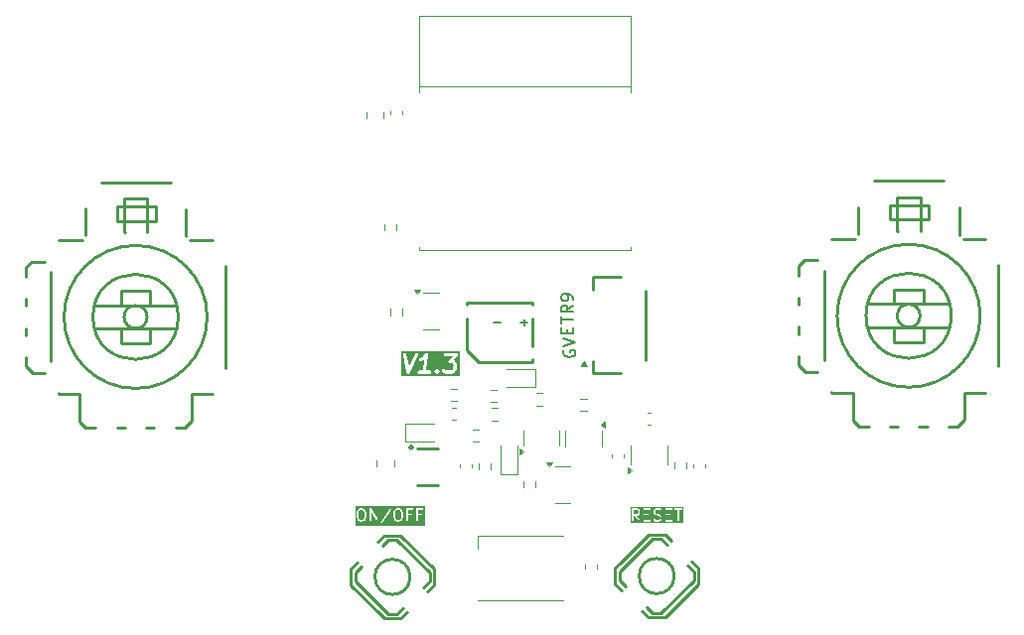
<source format=gbr>
%TF.GenerationSoftware,KiCad,Pcbnew,8.0.2*%
%TF.CreationDate,2024-06-12T22:59:47+08:00*%
%TF.ProjectId,controller,636f6e74-726f-46c6-9c65-722e6b696361,rev?*%
%TF.SameCoordinates,Original*%
%TF.FileFunction,Legend,Top*%
%TF.FilePolarity,Positive*%
%FSLAX46Y46*%
G04 Gerber Fmt 4.6, Leading zero omitted, Abs format (unit mm)*
G04 Created by KiCad (PCBNEW 8.0.2) date 2024-06-12 22:59:47*
%MOMM*%
%LPD*%
G01*
G04 APERTURE LIST*
%ADD10C,0.150000*%
%ADD11C,0.300000*%
%ADD12C,0.187500*%
%ADD13C,0.254000*%
%ADD14C,0.120000*%
G04 APERTURE END LIST*
D10*
X127469819Y-79415601D02*
X127469819Y-79225125D01*
X127469819Y-79225125D02*
X127422200Y-79129887D01*
X127422200Y-79129887D02*
X127374580Y-79082268D01*
X127374580Y-79082268D02*
X127231723Y-78987030D01*
X127231723Y-78987030D02*
X127041247Y-78939411D01*
X127041247Y-78939411D02*
X126660295Y-78939411D01*
X126660295Y-78939411D02*
X126565057Y-78987030D01*
X126565057Y-78987030D02*
X126517438Y-79034649D01*
X126517438Y-79034649D02*
X126469819Y-79129887D01*
X126469819Y-79129887D02*
X126469819Y-79320363D01*
X126469819Y-79320363D02*
X126517438Y-79415601D01*
X126517438Y-79415601D02*
X126565057Y-79463220D01*
X126565057Y-79463220D02*
X126660295Y-79510839D01*
X126660295Y-79510839D02*
X126898390Y-79510839D01*
X126898390Y-79510839D02*
X126993628Y-79463220D01*
X126993628Y-79463220D02*
X127041247Y-79415601D01*
X127041247Y-79415601D02*
X127088866Y-79320363D01*
X127088866Y-79320363D02*
X127088866Y-79129887D01*
X127088866Y-79129887D02*
X127041247Y-79034649D01*
X127041247Y-79034649D02*
X126993628Y-78987030D01*
X126993628Y-78987030D02*
X126898390Y-78939411D01*
X127469819Y-79891792D02*
X126993628Y-80225125D01*
X127469819Y-80463220D02*
X126469819Y-80463220D01*
X126469819Y-80463220D02*
X126469819Y-80082268D01*
X126469819Y-80082268D02*
X126517438Y-79987030D01*
X126517438Y-79987030D02*
X126565057Y-79939411D01*
X126565057Y-79939411D02*
X126660295Y-79891792D01*
X126660295Y-79891792D02*
X126803152Y-79891792D01*
X126803152Y-79891792D02*
X126898390Y-79939411D01*
X126898390Y-79939411D02*
X126946009Y-79987030D01*
X126946009Y-79987030D02*
X126993628Y-80082268D01*
X126993628Y-80082268D02*
X126993628Y-80463220D01*
X126469819Y-81406077D02*
X126469819Y-80834649D01*
X127469819Y-81120363D02*
X126469819Y-81120363D01*
X126946009Y-82263220D02*
X126946009Y-81929887D01*
X127469819Y-81787030D02*
X127469819Y-82263220D01*
X127469819Y-82263220D02*
X126469819Y-82263220D01*
X126469819Y-82263220D02*
X126469819Y-81787030D01*
X126669819Y-83406077D02*
X127669819Y-83072744D01*
X127669819Y-83072744D02*
X126669819Y-82739411D01*
X126717438Y-83739411D02*
X126669819Y-83834649D01*
X126669819Y-83834649D02*
X126669819Y-83977506D01*
X126669819Y-83977506D02*
X126717438Y-84120363D01*
X126717438Y-84120363D02*
X126812676Y-84215601D01*
X126812676Y-84215601D02*
X126907914Y-84263220D01*
X126907914Y-84263220D02*
X127098390Y-84310839D01*
X127098390Y-84310839D02*
X127241247Y-84310839D01*
X127241247Y-84310839D02*
X127431723Y-84263220D01*
X127431723Y-84263220D02*
X127526961Y-84215601D01*
X127526961Y-84215601D02*
X127622200Y-84120363D01*
X127622200Y-84120363D02*
X127669819Y-83977506D01*
X127669819Y-83977506D02*
X127669819Y-83882268D01*
X127669819Y-83882268D02*
X127622200Y-83739411D01*
X127622200Y-83739411D02*
X127574580Y-83691792D01*
X127574580Y-83691792D02*
X127241247Y-83691792D01*
X127241247Y-83691792D02*
X127241247Y-83882268D01*
D11*
G36*
X117861152Y-85917495D02*
G01*
X112802135Y-85917495D01*
X112802135Y-84102184D01*
X112968802Y-84102184D01*
X112971949Y-84131421D01*
X113283601Y-85613647D01*
X113283195Y-85624621D01*
X113289449Y-85641460D01*
X113293239Y-85659482D01*
X113299624Y-85668854D01*
X113303573Y-85679484D01*
X113315950Y-85692815D01*
X113326194Y-85707849D01*
X113335678Y-85714063D01*
X113343396Y-85722375D01*
X113359936Y-85729956D01*
X113375149Y-85739923D01*
X113386288Y-85742034D01*
X113396601Y-85746761D01*
X113414781Y-85747434D01*
X113432652Y-85750822D01*
X113443755Y-85748508D01*
X113455089Y-85748929D01*
X113472141Y-85742595D01*
X113489950Y-85738885D01*
X113499321Y-85732499D01*
X113509952Y-85728551D01*
X113523286Y-85716170D01*
X113538317Y-85705929D01*
X113544529Y-85696446D01*
X113552843Y-85688728D01*
X113567656Y-85663326D01*
X113609523Y-85571564D01*
X114212749Y-85571564D01*
X114212749Y-85630092D01*
X114235147Y-85684164D01*
X114276531Y-85725548D01*
X114330603Y-85747946D01*
X114359867Y-85750828D01*
X114791116Y-85749425D01*
X114799229Y-85750440D01*
X114803057Y-85749387D01*
X115246274Y-85747946D01*
X115300346Y-85725548D01*
X115341730Y-85684164D01*
X115364128Y-85630092D01*
X115364128Y-85571564D01*
X115354704Y-85548813D01*
X115648629Y-85548813D01*
X115648820Y-85549377D01*
X115648785Y-85549974D01*
X115658182Y-85577061D01*
X115667379Y-85604255D01*
X115667840Y-85604900D01*
X115667968Y-85605268D01*
X115668658Y-85606045D01*
X115684481Y-85628176D01*
X115752253Y-85702095D01*
X115761705Y-85714248D01*
X115765235Y-85716255D01*
X115768421Y-85719730D01*
X115768954Y-85719993D01*
X115769351Y-85720440D01*
X115791341Y-85731101D01*
X115812581Y-85743180D01*
X115816943Y-85743725D01*
X115820884Y-85745674D01*
X115821480Y-85745713D01*
X115822015Y-85745973D01*
X115846397Y-85747407D01*
X115870657Y-85750440D01*
X115874894Y-85749274D01*
X115879280Y-85749567D01*
X115879847Y-85749375D01*
X115880440Y-85749410D01*
X115903528Y-85741400D01*
X115927090Y-85734921D01*
X115930556Y-85732224D01*
X115934722Y-85730816D01*
X115935170Y-85730423D01*
X115935734Y-85730228D01*
X115959521Y-85712940D01*
X116053932Y-85625390D01*
X116059125Y-85620847D01*
X116059373Y-85620345D01*
X116059836Y-85619916D01*
X116072397Y-85594007D01*
X116085069Y-85568384D01*
X116085108Y-85567791D01*
X116085370Y-85567252D01*
X116087062Y-85538477D01*
X116088962Y-85509988D01*
X116088771Y-85509425D01*
X116088807Y-85508827D01*
X116079369Y-85481624D01*
X116077935Y-85477383D01*
X116300414Y-85477383D01*
X116319165Y-85532825D01*
X116336266Y-85556746D01*
X116408076Y-85635071D01*
X116416600Y-85645439D01*
X116419124Y-85647122D01*
X116420205Y-85648301D01*
X116422863Y-85649615D01*
X116441065Y-85661753D01*
X116558912Y-85722215D01*
X116562245Y-85725548D01*
X116578664Y-85732349D01*
X116602170Y-85744409D01*
X116609505Y-85745124D01*
X116616317Y-85747946D01*
X116645581Y-85750828D01*
X117049423Y-85748285D01*
X117051854Y-85749161D01*
X117073643Y-85748133D01*
X117103417Y-85747946D01*
X117106731Y-85746573D01*
X117110316Y-85746404D01*
X117138022Y-85736551D01*
X117285788Y-85664356D01*
X117301807Y-85658799D01*
X117311331Y-85651876D01*
X117315060Y-85650055D01*
X117317445Y-85647433D01*
X117325594Y-85641511D01*
X117403122Y-85569615D01*
X117415542Y-85560759D01*
X117422735Y-85551428D01*
X117425908Y-85548486D01*
X117427440Y-85545324D01*
X117433496Y-85537470D01*
X117508286Y-85413831D01*
X117509001Y-85413276D01*
X117514935Y-85402839D01*
X117535847Y-85368271D01*
X117536369Y-85365149D01*
X117537933Y-85362400D01*
X117544423Y-85333719D01*
X117583946Y-84997306D01*
X117586264Y-84992209D01*
X117586962Y-84971640D01*
X117589836Y-84947181D01*
X117588017Y-84940567D01*
X117588250Y-84933715D01*
X117580673Y-84905303D01*
X117521926Y-84755890D01*
X117516641Y-84740260D01*
X117514731Y-84737588D01*
X117514129Y-84736057D01*
X117512032Y-84733812D01*
X117499540Y-84716338D01*
X117427737Y-84638022D01*
X117419206Y-84627646D01*
X117416679Y-84625960D01*
X117415600Y-84624784D01*
X117412945Y-84623471D01*
X117394741Y-84611332D01*
X117297431Y-84561407D01*
X117672088Y-84184163D01*
X117694485Y-84130091D01*
X117694485Y-84071565D01*
X117672088Y-84017492D01*
X117630702Y-83976107D01*
X117596000Y-83961733D01*
X117576631Y-83953710D01*
X117547367Y-83950828D01*
X116589532Y-83953710D01*
X116535460Y-83976108D01*
X116494076Y-84017492D01*
X116471678Y-84071564D01*
X116471678Y-84130092D01*
X116494076Y-84184164D01*
X116535460Y-84225548D01*
X116589532Y-84247946D01*
X116618796Y-84250828D01*
X117188695Y-84249113D01*
X116851218Y-84588922D01*
X116828821Y-84642994D01*
X116828821Y-84701520D01*
X116851218Y-84755592D01*
X116892604Y-84796978D01*
X116911030Y-84804610D01*
X116946675Y-84819375D01*
X116975939Y-84822257D01*
X117150016Y-84820197D01*
X117227125Y-84859757D01*
X117255005Y-84890168D01*
X117287463Y-84972719D01*
X117253731Y-85259832D01*
X117195369Y-85356312D01*
X117147290Y-85400897D01*
X117044715Y-85451013D01*
X116686529Y-85453268D01*
X116608682Y-85413328D01*
X116540600Y-85339070D01*
X116488138Y-85313126D01*
X116429741Y-85309232D01*
X116374299Y-85327983D01*
X116330252Y-85366524D01*
X116304308Y-85418986D01*
X116300414Y-85477383D01*
X116077935Y-85477383D01*
X116070212Y-85454546D01*
X116069752Y-85453903D01*
X116069624Y-85453533D01*
X116068928Y-85452750D01*
X116053111Y-85430624D01*
X115985341Y-85356707D01*
X115975886Y-85344550D01*
X115972353Y-85342541D01*
X115969171Y-85339070D01*
X115968635Y-85338805D01*
X115968239Y-85338359D01*
X115946259Y-85327702D01*
X115925010Y-85315619D01*
X115920647Y-85315073D01*
X115916709Y-85313126D01*
X115916111Y-85313086D01*
X115915575Y-85312826D01*
X115891194Y-85311391D01*
X115866934Y-85308359D01*
X115862696Y-85309524D01*
X115858312Y-85309232D01*
X115857744Y-85309423D01*
X115857150Y-85309389D01*
X115834069Y-85317396D01*
X115810501Y-85323877D01*
X115807031Y-85326575D01*
X115802870Y-85327983D01*
X115802421Y-85328375D01*
X115801855Y-85328572D01*
X115778069Y-85345860D01*
X115683692Y-85433379D01*
X115678465Y-85437953D01*
X115678215Y-85438458D01*
X115677755Y-85438885D01*
X115665268Y-85464638D01*
X115652521Y-85490416D01*
X115652481Y-85491012D01*
X115652221Y-85491549D01*
X115650536Y-85520194D01*
X115648629Y-85548813D01*
X115354704Y-85548813D01*
X115341730Y-85517492D01*
X115300346Y-85476108D01*
X115246274Y-85453710D01*
X115217010Y-85450828D01*
X114957932Y-85451670D01*
X115120661Y-84129757D01*
X115125452Y-84112903D01*
X115124132Y-84101558D01*
X115125551Y-84090038D01*
X115120772Y-84072662D01*
X115118692Y-84054769D01*
X115113085Y-84044709D01*
X115110032Y-84033605D01*
X115098972Y-84019385D01*
X115090200Y-84003645D01*
X115081168Y-83996495D01*
X115074101Y-83987408D01*
X115058441Y-83978503D01*
X115044311Y-83967316D01*
X115033233Y-83964167D01*
X115023225Y-83958476D01*
X115005346Y-83956241D01*
X114988014Y-83951315D01*
X114976575Y-83952645D01*
X114965149Y-83951217D01*
X114947777Y-83955993D01*
X114929880Y-83958075D01*
X114919819Y-83963681D01*
X114908716Y-83966735D01*
X114894496Y-83977794D01*
X114878756Y-83986567D01*
X114865308Y-84000496D01*
X114862519Y-84002666D01*
X114861522Y-84004417D01*
X114858332Y-84007723D01*
X114706863Y-84202841D01*
X114706641Y-84203003D01*
X114568596Y-84328656D01*
X114404675Y-84408746D01*
X114365286Y-84452035D01*
X114345463Y-84507102D01*
X114348220Y-84565564D01*
X114373142Y-84618521D01*
X114416431Y-84657910D01*
X114471498Y-84677733D01*
X114529960Y-84674976D01*
X114557666Y-84665123D01*
X114705428Y-84592928D01*
X114721450Y-84587370D01*
X114730978Y-84580444D01*
X114734703Y-84578625D01*
X114737085Y-84576006D01*
X114745237Y-84570082D01*
X114769792Y-84547730D01*
X114658396Y-85452644D01*
X114330603Y-85453710D01*
X114276531Y-85476108D01*
X114235147Y-85517492D01*
X114212749Y-85571564D01*
X113609523Y-85571564D01*
X114264729Y-84135523D01*
X114266897Y-84077036D01*
X114246519Y-84022172D01*
X114206696Y-83979282D01*
X114153490Y-83954896D01*
X114095003Y-83952727D01*
X114040140Y-83973105D01*
X113997249Y-84012928D01*
X113982436Y-84038330D01*
X113485192Y-85128159D01*
X113256853Y-84042174D01*
X113223898Y-83993807D01*
X113174943Y-83961733D01*
X113117440Y-83950834D01*
X113060142Y-83962771D01*
X113011775Y-83995726D01*
X112979701Y-84044681D01*
X112968802Y-84102184D01*
X112802135Y-84102184D01*
X112802135Y-83784161D01*
X117861152Y-83784161D01*
X117861152Y-85917495D01*
G37*
D10*
G36*
X109566358Y-97376770D02*
G01*
X109640150Y-97449152D01*
X109680843Y-97607323D01*
X109682146Y-97922077D01*
X109642032Y-98087325D01*
X109571565Y-98159166D01*
X109502119Y-98194928D01*
X109346950Y-98196018D01*
X109278628Y-98162867D01*
X109204835Y-98090485D01*
X109164142Y-97932313D01*
X109162839Y-97617559D01*
X109202953Y-97452311D01*
X109273421Y-97380470D01*
X109342866Y-97344709D01*
X109498035Y-97343619D01*
X109566358Y-97376770D01*
G37*
G36*
X112709215Y-97376770D02*
G01*
X112783007Y-97449152D01*
X112823700Y-97607323D01*
X112825003Y-97922077D01*
X112784889Y-98087325D01*
X112714422Y-98159166D01*
X112644976Y-98194928D01*
X112489807Y-98196018D01*
X112421485Y-98162867D01*
X112347692Y-98090485D01*
X112306999Y-97932313D01*
X112305696Y-97617559D01*
X112345810Y-97452311D01*
X112416278Y-97380470D01*
X112485723Y-97344709D01*
X112640892Y-97343619D01*
X112709215Y-97376770D01*
G37*
G36*
X114845258Y-98694025D02*
G01*
X108903049Y-98694025D01*
X108903049Y-98507993D01*
X111014160Y-98507993D01*
X111019899Y-98536687D01*
X111036182Y-98561002D01*
X111060531Y-98577235D01*
X111089239Y-98582914D01*
X111117933Y-98577175D01*
X111142248Y-98560892D01*
X111151564Y-98549516D01*
X111781210Y-97603152D01*
X112157017Y-97603152D01*
X112158377Y-97931588D01*
X112157106Y-97940131D01*
X112158450Y-97949223D01*
X112158458Y-97951117D01*
X112158880Y-97952138D01*
X112159256Y-97954675D01*
X112206077Y-98136666D01*
X112206077Y-98141592D01*
X112209421Y-98149667D01*
X112211822Y-98158997D01*
X112215141Y-98163476D01*
X112217275Y-98168628D01*
X112226603Y-98179994D01*
X112322370Y-98273932D01*
X112328890Y-98281450D01*
X112332083Y-98283460D01*
X112333206Y-98284561D01*
X112335038Y-98285319D01*
X112341333Y-98289282D01*
X112427222Y-98330957D01*
X112428444Y-98332179D01*
X112437303Y-98335848D01*
X112450302Y-98342156D01*
X112452991Y-98342347D01*
X112455480Y-98343378D01*
X112470112Y-98344819D01*
X112649199Y-98343560D01*
X112651207Y-98344230D01*
X112661879Y-98343471D01*
X112675220Y-98343378D01*
X112677709Y-98342346D01*
X112680397Y-98342156D01*
X112694129Y-98336901D01*
X112788683Y-98288209D01*
X112797494Y-98284560D01*
X112800396Y-98282177D01*
X112801810Y-98281450D01*
X112803109Y-98279951D01*
X112808859Y-98275233D01*
X112897454Y-98184909D01*
X112901456Y-98182509D01*
X112906541Y-98175645D01*
X112913425Y-98168628D01*
X112915558Y-98163476D01*
X112918878Y-98158997D01*
X112923825Y-98145151D01*
X112969065Y-97958785D01*
X112972242Y-97951117D01*
X112973139Y-97942002D01*
X112973594Y-97940131D01*
X112973431Y-97939038D01*
X112973683Y-97936485D01*
X112972322Y-97608048D01*
X112973594Y-97599506D01*
X112972249Y-97590413D01*
X112972242Y-97588520D01*
X112971819Y-97587498D01*
X112971444Y-97584962D01*
X112924623Y-97402970D01*
X112924623Y-97398045D01*
X112921277Y-97389968D01*
X112918878Y-97380640D01*
X112915559Y-97376161D01*
X112913425Y-97371008D01*
X112904097Y-97359643D01*
X112812522Y-97269819D01*
X113252255Y-97269819D01*
X113253696Y-98284451D01*
X113264895Y-98311487D01*
X113285587Y-98332179D01*
X113312623Y-98343378D01*
X113341887Y-98343378D01*
X113368923Y-98332179D01*
X113389615Y-98311487D01*
X113400814Y-98284451D01*
X113402255Y-98269819D01*
X113401617Y-97820701D01*
X113675220Y-97819568D01*
X113702256Y-97808369D01*
X113722948Y-97787677D01*
X113734147Y-97760641D01*
X113734147Y-97731377D01*
X113722948Y-97704341D01*
X113702256Y-97683649D01*
X113675220Y-97672450D01*
X113660588Y-97671009D01*
X113401406Y-97672082D01*
X113400940Y-97344602D01*
X113818077Y-97343378D01*
X113845113Y-97332179D01*
X113865805Y-97311487D01*
X113877004Y-97284451D01*
X113877004Y-97269819D01*
X114109398Y-97269819D01*
X114110839Y-98284451D01*
X114122038Y-98311487D01*
X114142730Y-98332179D01*
X114169766Y-98343378D01*
X114199030Y-98343378D01*
X114226066Y-98332179D01*
X114246758Y-98311487D01*
X114257957Y-98284451D01*
X114259398Y-98269819D01*
X114258760Y-97820701D01*
X114532363Y-97819568D01*
X114559399Y-97808369D01*
X114580091Y-97787677D01*
X114591290Y-97760641D01*
X114591290Y-97731377D01*
X114580091Y-97704341D01*
X114559399Y-97683649D01*
X114532363Y-97672450D01*
X114517731Y-97671009D01*
X114258549Y-97672082D01*
X114258083Y-97344602D01*
X114675220Y-97343378D01*
X114702256Y-97332179D01*
X114722948Y-97311487D01*
X114734147Y-97284451D01*
X114734147Y-97255187D01*
X114722948Y-97228151D01*
X114702256Y-97207459D01*
X114675220Y-97196260D01*
X114660588Y-97194819D01*
X114169766Y-97196260D01*
X114142730Y-97207459D01*
X114122038Y-97228151D01*
X114110839Y-97255187D01*
X114109398Y-97269819D01*
X113877004Y-97269819D01*
X113877004Y-97255187D01*
X113865805Y-97228151D01*
X113845113Y-97207459D01*
X113818077Y-97196260D01*
X113803445Y-97194819D01*
X113312623Y-97196260D01*
X113285587Y-97207459D01*
X113264895Y-97228151D01*
X113253696Y-97255187D01*
X113252255Y-97269819D01*
X112812522Y-97269819D01*
X112808334Y-97265711D01*
X112801810Y-97258188D01*
X112798613Y-97256175D01*
X112797494Y-97255078D01*
X112795666Y-97254320D01*
X112789367Y-97250356D01*
X112703478Y-97208681D01*
X112702256Y-97207459D01*
X112693390Y-97203786D01*
X112680397Y-97197482D01*
X112677709Y-97197291D01*
X112675220Y-97196260D01*
X112660588Y-97194819D01*
X112481499Y-97196077D01*
X112479492Y-97195408D01*
X112468819Y-97196166D01*
X112455480Y-97196260D01*
X112452991Y-97197290D01*
X112450302Y-97197482D01*
X112436571Y-97202737D01*
X112342021Y-97251425D01*
X112333206Y-97255077D01*
X112330300Y-97257461D01*
X112328890Y-97258188D01*
X112327591Y-97259684D01*
X112321841Y-97264405D01*
X112233245Y-97354726D01*
X112229244Y-97357128D01*
X112224157Y-97363991D01*
X112217276Y-97371008D01*
X112215142Y-97376158D01*
X112211822Y-97380640D01*
X112206875Y-97394486D01*
X112161634Y-97580851D01*
X112158458Y-97588520D01*
X112157560Y-97597634D01*
X112157106Y-97599506D01*
X112157268Y-97600598D01*
X112157017Y-97603152D01*
X111781210Y-97603152D01*
X112015623Y-97250828D01*
X112021302Y-97222121D01*
X112015563Y-97193426D01*
X111999280Y-97169111D01*
X111974931Y-97152878D01*
X111946223Y-97147200D01*
X111917529Y-97152939D01*
X111893214Y-97169222D01*
X111883898Y-97180597D01*
X111019839Y-98479285D01*
X111014160Y-98507993D01*
X108903049Y-98507993D01*
X108903049Y-97603152D01*
X109014160Y-97603152D01*
X109015520Y-97931588D01*
X109014249Y-97940131D01*
X109015593Y-97949223D01*
X109015601Y-97951117D01*
X109016023Y-97952138D01*
X109016399Y-97954675D01*
X109063220Y-98136666D01*
X109063220Y-98141592D01*
X109066564Y-98149667D01*
X109068965Y-98158997D01*
X109072284Y-98163476D01*
X109074418Y-98168628D01*
X109083746Y-98179994D01*
X109179513Y-98273932D01*
X109186033Y-98281450D01*
X109189226Y-98283460D01*
X109190349Y-98284561D01*
X109192181Y-98285319D01*
X109198476Y-98289282D01*
X109284365Y-98330957D01*
X109285587Y-98332179D01*
X109294446Y-98335848D01*
X109307445Y-98342156D01*
X109310134Y-98342347D01*
X109312623Y-98343378D01*
X109327255Y-98344819D01*
X109506342Y-98343560D01*
X109508350Y-98344230D01*
X109519022Y-98343471D01*
X109532363Y-98343378D01*
X109534852Y-98342346D01*
X109537540Y-98342156D01*
X109551272Y-98336901D01*
X109645826Y-98288209D01*
X109654637Y-98284560D01*
X109657539Y-98282177D01*
X109658953Y-98281450D01*
X109660252Y-98279951D01*
X109666002Y-98275233D01*
X109754597Y-98184909D01*
X109758599Y-98182509D01*
X109763684Y-98175645D01*
X109770568Y-98168628D01*
X109772701Y-98163476D01*
X109776021Y-98158997D01*
X109780968Y-98145151D01*
X109826208Y-97958785D01*
X109829385Y-97951117D01*
X109830282Y-97942002D01*
X109830737Y-97940131D01*
X109830574Y-97939038D01*
X109830826Y-97936485D01*
X109829465Y-97608048D01*
X109830737Y-97599506D01*
X109829392Y-97590413D01*
X109829385Y-97588520D01*
X109828962Y-97587498D01*
X109828587Y-97584962D01*
X109781766Y-97402970D01*
X109781766Y-97398045D01*
X109778420Y-97389968D01*
X109776021Y-97380640D01*
X109772702Y-97376161D01*
X109770568Y-97371008D01*
X109761240Y-97359643D01*
X109669665Y-97269819D01*
X110109398Y-97269819D01*
X110110839Y-98284451D01*
X110122038Y-98311487D01*
X110142730Y-98332179D01*
X110169766Y-98343378D01*
X110199030Y-98343378D01*
X110226066Y-98332179D01*
X110246758Y-98311487D01*
X110257957Y-98284451D01*
X110259398Y-98269819D01*
X110258375Y-97549749D01*
X110689722Y-98302448D01*
X110693466Y-98311487D01*
X110696828Y-98314849D01*
X110699218Y-98319019D01*
X110707106Y-98325127D01*
X110714158Y-98332179D01*
X110718576Y-98334009D01*
X110722356Y-98336936D01*
X110731977Y-98339560D01*
X110741194Y-98343378D01*
X110745975Y-98343378D01*
X110750587Y-98344636D01*
X110760484Y-98343378D01*
X110770458Y-98343378D01*
X110774873Y-98341548D01*
X110779617Y-98340946D01*
X110788281Y-98335995D01*
X110797494Y-98332179D01*
X110800872Y-98328800D01*
X110805026Y-98326427D01*
X110811135Y-98318537D01*
X110818186Y-98311487D01*
X110820015Y-98307070D01*
X110822943Y-98303290D01*
X110825567Y-98293666D01*
X110829385Y-98284451D01*
X110830121Y-98276968D01*
X110830643Y-98275058D01*
X110830455Y-98273582D01*
X110830826Y-98269819D01*
X110829385Y-97255187D01*
X110818186Y-97228151D01*
X110797494Y-97207459D01*
X110770458Y-97196260D01*
X110741194Y-97196260D01*
X110714158Y-97207459D01*
X110693466Y-97228151D01*
X110682267Y-97255187D01*
X110680826Y-97269819D01*
X110681848Y-97989888D01*
X110250501Y-97237189D01*
X110246758Y-97228151D01*
X110243395Y-97224788D01*
X110241006Y-97220619D01*
X110233116Y-97214509D01*
X110226066Y-97207459D01*
X110221649Y-97205629D01*
X110217869Y-97202702D01*
X110208245Y-97200077D01*
X110199030Y-97196260D01*
X110194249Y-97196260D01*
X110189637Y-97195002D01*
X110179740Y-97196260D01*
X110169766Y-97196260D01*
X110165350Y-97198089D01*
X110160607Y-97198692D01*
X110151942Y-97203642D01*
X110142730Y-97207459D01*
X110139351Y-97210837D01*
X110135198Y-97213211D01*
X110129088Y-97221100D01*
X110122038Y-97228151D01*
X110120208Y-97232567D01*
X110117281Y-97236348D01*
X110114656Y-97245971D01*
X110110839Y-97255187D01*
X110110102Y-97262669D01*
X110109581Y-97264580D01*
X110109768Y-97266055D01*
X110109398Y-97269819D01*
X109669665Y-97269819D01*
X109665477Y-97265711D01*
X109658953Y-97258188D01*
X109655756Y-97256175D01*
X109654637Y-97255078D01*
X109652809Y-97254320D01*
X109646510Y-97250356D01*
X109560621Y-97208681D01*
X109559399Y-97207459D01*
X109550533Y-97203786D01*
X109537540Y-97197482D01*
X109534852Y-97197291D01*
X109532363Y-97196260D01*
X109517731Y-97194819D01*
X109338642Y-97196077D01*
X109336635Y-97195408D01*
X109325962Y-97196166D01*
X109312623Y-97196260D01*
X109310134Y-97197290D01*
X109307445Y-97197482D01*
X109293714Y-97202737D01*
X109199164Y-97251425D01*
X109190349Y-97255077D01*
X109187443Y-97257461D01*
X109186033Y-97258188D01*
X109184734Y-97259684D01*
X109178984Y-97264405D01*
X109090388Y-97354726D01*
X109086387Y-97357128D01*
X109081300Y-97363991D01*
X109074419Y-97371008D01*
X109072285Y-97376158D01*
X109068965Y-97380640D01*
X109064018Y-97394486D01*
X109018777Y-97580851D01*
X109015601Y-97588520D01*
X109014703Y-97597634D01*
X109014249Y-97599506D01*
X109014411Y-97600598D01*
X109014160Y-97603152D01*
X108903049Y-97603152D01*
X108903049Y-97036089D01*
X114845258Y-97036089D01*
X114845258Y-98694025D01*
G37*
G36*
X132966565Y-97376871D02*
G01*
X132997892Y-97407115D01*
X133033350Y-97475972D01*
X133034335Y-97583604D01*
X133001155Y-97651985D01*
X132970910Y-97683313D01*
X132902222Y-97718684D01*
X132776071Y-97719144D01*
X132773249Y-97718646D01*
X132770915Y-97719162D01*
X132610997Y-97719745D01*
X132610464Y-97344550D01*
X132897798Y-97343503D01*
X132966565Y-97376871D01*
G37*
G36*
X136911925Y-98455930D02*
G01*
X132350668Y-98455930D01*
X132350668Y-97269819D01*
X132461779Y-97269819D01*
X132463220Y-98284451D01*
X132474419Y-98311487D01*
X132495111Y-98332179D01*
X132522147Y-98343378D01*
X132551411Y-98343378D01*
X132578447Y-98332179D01*
X132599139Y-98311487D01*
X132610338Y-98284451D01*
X132611779Y-98269819D01*
X132611208Y-97868356D01*
X132735431Y-97867904D01*
X133056336Y-98323989D01*
X133081015Y-98339716D01*
X133109832Y-98344802D01*
X133138403Y-98338472D01*
X133162377Y-98321690D01*
X133178104Y-98297012D01*
X133183189Y-98268194D01*
X133176860Y-98239623D01*
X133169650Y-98226810D01*
X132916793Y-97867439D01*
X132919691Y-97867233D01*
X132932363Y-97867187D01*
X132934852Y-97866155D01*
X132937540Y-97865965D01*
X132951272Y-97860710D01*
X133045828Y-97812017D01*
X133054637Y-97808369D01*
X133057539Y-97805986D01*
X133058953Y-97805259D01*
X133060252Y-97803760D01*
X133066002Y-97799042D01*
X133113343Y-97750006D01*
X133119838Y-97744374D01*
X133121817Y-97741228D01*
X133122948Y-97740058D01*
X133123705Y-97738230D01*
X133127670Y-97731931D01*
X133169345Y-97646041D01*
X133170567Y-97644820D01*
X133174236Y-97635960D01*
X133180544Y-97622962D01*
X133180735Y-97620272D01*
X133181766Y-97617784D01*
X133183207Y-97603152D01*
X133182002Y-97471521D01*
X133182618Y-97469675D01*
X133181892Y-97459460D01*
X133181766Y-97445663D01*
X133180735Y-97443174D01*
X133180544Y-97440485D01*
X133175289Y-97426754D01*
X133126597Y-97332199D01*
X133122948Y-97323389D01*
X133120565Y-97320486D01*
X133119838Y-97319073D01*
X133118339Y-97317773D01*
X133113621Y-97312024D01*
X133069906Y-97269819D01*
X133461779Y-97269819D01*
X133463220Y-98284451D01*
X133474419Y-98311487D01*
X133495111Y-98332179D01*
X133522147Y-98343378D01*
X133536779Y-98344819D01*
X134027601Y-98343378D01*
X134054637Y-98332179D01*
X134075329Y-98311487D01*
X134086528Y-98284451D01*
X134086528Y-98255187D01*
X134075329Y-98228151D01*
X134054637Y-98207459D01*
X134027601Y-98196260D01*
X134012969Y-98194819D01*
X133611674Y-98195997D01*
X133611141Y-97820701D01*
X133884744Y-97819568D01*
X133911780Y-97808369D01*
X133932472Y-97787677D01*
X133943671Y-97760641D01*
X133943671Y-97731377D01*
X133932472Y-97704341D01*
X133911780Y-97683649D01*
X133884744Y-97672450D01*
X133870112Y-97671009D01*
X133610930Y-97672082D01*
X133610629Y-97460295D01*
X134318922Y-97460295D01*
X134320027Y-97544601D01*
X134319511Y-97546152D01*
X134320169Y-97555421D01*
X134320363Y-97570165D01*
X134321394Y-97572654D01*
X134321585Y-97575342D01*
X134326840Y-97589074D01*
X134375532Y-97683630D01*
X134379181Y-97692439D01*
X134381563Y-97695341D01*
X134382291Y-97696755D01*
X134383789Y-97698054D01*
X134388508Y-97703804D01*
X134437543Y-97751145D01*
X134443176Y-97757640D01*
X134446321Y-97759619D01*
X134447492Y-97760750D01*
X134449319Y-97761507D01*
X134455619Y-97765472D01*
X134546851Y-97809740D01*
X134552362Y-97813823D01*
X134563377Y-97817758D01*
X134564588Y-97818346D01*
X134565128Y-97818384D01*
X134566208Y-97818770D01*
X134743691Y-97861854D01*
X134823708Y-97900680D01*
X134855035Y-97930924D01*
X134890557Y-97999905D01*
X134891346Y-98060066D01*
X134858298Y-98128175D01*
X134828052Y-98159504D01*
X134759302Y-98194907D01*
X134552521Y-98196086D01*
X134403302Y-98147789D01*
X134374112Y-98149864D01*
X134347939Y-98162950D01*
X134328765Y-98185057D01*
X134319511Y-98212820D01*
X134321586Y-98242010D01*
X134334672Y-98268183D01*
X134356779Y-98287357D01*
X134370205Y-98293351D01*
X134512786Y-98339500D01*
X134522147Y-98343378D01*
X134525910Y-98343748D01*
X134527398Y-98344230D01*
X134529372Y-98344089D01*
X134536779Y-98344819D01*
X134763383Y-98343526D01*
X134765493Y-98344230D01*
X134776435Y-98343452D01*
X134789506Y-98343378D01*
X134791995Y-98342346D01*
X134794683Y-98342156D01*
X134808415Y-98336901D01*
X134902969Y-98288209D01*
X134911780Y-98284560D01*
X134914682Y-98282177D01*
X134916096Y-98281450D01*
X134917396Y-98279950D01*
X134923146Y-98275232D01*
X134970487Y-98226195D01*
X134976981Y-98220564D01*
X134978960Y-98217418D01*
X134980092Y-98216247D01*
X134980849Y-98214417D01*
X134984813Y-98208121D01*
X135026488Y-98122231D01*
X135027710Y-98121010D01*
X135031379Y-98112150D01*
X135037687Y-98099152D01*
X135037878Y-98096462D01*
X135038909Y-98093974D01*
X135040350Y-98079342D01*
X135039244Y-97995034D01*
X135039761Y-97993484D01*
X135039102Y-97984213D01*
X135038909Y-97969472D01*
X135037878Y-97966983D01*
X135037687Y-97964294D01*
X135032432Y-97950563D01*
X134983740Y-97856008D01*
X134980091Y-97847198D01*
X134977708Y-97844295D01*
X134976981Y-97842882D01*
X134975482Y-97841582D01*
X134970764Y-97835833D01*
X134921728Y-97788491D01*
X134916096Y-97781997D01*
X134912950Y-97780017D01*
X134911780Y-97778887D01*
X134909952Y-97778129D01*
X134903653Y-97774165D01*
X134812421Y-97729898D01*
X134806910Y-97725814D01*
X134795890Y-97721876D01*
X134794683Y-97721291D01*
X134794143Y-97721252D01*
X134793064Y-97720867D01*
X134615580Y-97677782D01*
X134535564Y-97638957D01*
X134504236Y-97608712D01*
X134468714Y-97539731D01*
X134467925Y-97479570D01*
X134500974Y-97411460D01*
X134531218Y-97380133D01*
X134599969Y-97344730D01*
X134806750Y-97343551D01*
X134955969Y-97391849D01*
X134985159Y-97389774D01*
X135011333Y-97376688D01*
X135030507Y-97354580D01*
X135039761Y-97326818D01*
X135037686Y-97297628D01*
X135024599Y-97271455D01*
X135022713Y-97269819D01*
X135318922Y-97269819D01*
X135320363Y-98284451D01*
X135331562Y-98311487D01*
X135352254Y-98332179D01*
X135379290Y-98343378D01*
X135393922Y-98344819D01*
X135884744Y-98343378D01*
X135911780Y-98332179D01*
X135932472Y-98311487D01*
X135943671Y-98284451D01*
X135943671Y-98255187D01*
X135932472Y-98228151D01*
X135911780Y-98207459D01*
X135884744Y-98196260D01*
X135870112Y-98194819D01*
X135468817Y-98195997D01*
X135468284Y-97820701D01*
X135741887Y-97819568D01*
X135768923Y-97808369D01*
X135789615Y-97787677D01*
X135800814Y-97760641D01*
X135800814Y-97731377D01*
X135789615Y-97704341D01*
X135768923Y-97683649D01*
X135741887Y-97672450D01*
X135727255Y-97671009D01*
X135468073Y-97672082D01*
X135467607Y-97344602D01*
X135884744Y-97343378D01*
X135911780Y-97332179D01*
X135932472Y-97311487D01*
X135943671Y-97284451D01*
X135943671Y-97255187D01*
X136082268Y-97255187D01*
X136082268Y-97284451D01*
X136093467Y-97311487D01*
X136114159Y-97332179D01*
X136141195Y-97343378D01*
X136155827Y-97344819D01*
X136366646Y-97344300D01*
X136367982Y-98284451D01*
X136379181Y-98311487D01*
X136399873Y-98332179D01*
X136426909Y-98343378D01*
X136456173Y-98343378D01*
X136483209Y-98332179D01*
X136503901Y-98311487D01*
X136515100Y-98284451D01*
X136516541Y-98269819D01*
X136515226Y-97343935D01*
X136741887Y-97343378D01*
X136768923Y-97332179D01*
X136789615Y-97311487D01*
X136800814Y-97284451D01*
X136800814Y-97255187D01*
X136789615Y-97228151D01*
X136768923Y-97207459D01*
X136741887Y-97196260D01*
X136727255Y-97194819D01*
X136141195Y-97196260D01*
X136114159Y-97207459D01*
X136093467Y-97228151D01*
X136082268Y-97255187D01*
X135943671Y-97255187D01*
X135932472Y-97228151D01*
X135911780Y-97207459D01*
X135884744Y-97196260D01*
X135870112Y-97194819D01*
X135379290Y-97196260D01*
X135352254Y-97207459D01*
X135331562Y-97228151D01*
X135320363Y-97255187D01*
X135318922Y-97269819D01*
X135022713Y-97269819D01*
X135002492Y-97252281D01*
X134989067Y-97246287D01*
X134846488Y-97200138D01*
X134837125Y-97196260D01*
X134833359Y-97195889D01*
X134831873Y-97195408D01*
X134829898Y-97195548D01*
X134822493Y-97194819D01*
X134595887Y-97196111D01*
X134593778Y-97195408D01*
X134582835Y-97196185D01*
X134569766Y-97196260D01*
X134567277Y-97197290D01*
X134564588Y-97197482D01*
X134550857Y-97202737D01*
X134456302Y-97251428D01*
X134447492Y-97255078D01*
X134444589Y-97257460D01*
X134443176Y-97258188D01*
X134441876Y-97259686D01*
X134436127Y-97264405D01*
X134388785Y-97313440D01*
X134382291Y-97319073D01*
X134380311Y-97322218D01*
X134379181Y-97323389D01*
X134378423Y-97325216D01*
X134374459Y-97331516D01*
X134332784Y-97417404D01*
X134331562Y-97418627D01*
X134327889Y-97427492D01*
X134321585Y-97440486D01*
X134321394Y-97443173D01*
X134320363Y-97445663D01*
X134318922Y-97460295D01*
X133610629Y-97460295D01*
X133610464Y-97344602D01*
X134027601Y-97343378D01*
X134054637Y-97332179D01*
X134075329Y-97311487D01*
X134086528Y-97284451D01*
X134086528Y-97255187D01*
X134075329Y-97228151D01*
X134054637Y-97207459D01*
X134027601Y-97196260D01*
X134012969Y-97194819D01*
X133522147Y-97196260D01*
X133495111Y-97207459D01*
X133474419Y-97228151D01*
X133463220Y-97255187D01*
X133461779Y-97269819D01*
X133069906Y-97269819D01*
X133064585Y-97264682D01*
X133058953Y-97258188D01*
X133055807Y-97256208D01*
X133054637Y-97255078D01*
X133052809Y-97254320D01*
X133046510Y-97250356D01*
X132960621Y-97208681D01*
X132959399Y-97207459D01*
X132950533Y-97203786D01*
X132937540Y-97197482D01*
X132934852Y-97197291D01*
X132932363Y-97196260D01*
X132917731Y-97194819D01*
X132522147Y-97196260D01*
X132495111Y-97207459D01*
X132474419Y-97228151D01*
X132463220Y-97255187D01*
X132461779Y-97269819D01*
X132350668Y-97269819D01*
X132350668Y-97083708D01*
X136911925Y-97083708D01*
X136911925Y-98455930D01*
G37*
D12*
X123025926Y-81354500D02*
X123597355Y-81354500D01*
X123311640Y-81640214D02*
X123311640Y-81068785D01*
X120739926Y-81354500D02*
X121311355Y-81354500D01*
D13*
%TO.C,SW1*%
X131065173Y-103707814D02*
X131063052Y-102294307D01*
X131140834Y-103783474D02*
X131608231Y-104250872D01*
X133349128Y-105991769D02*
X133894307Y-106536948D01*
X131418019Y-103353553D02*
X131961785Y-103897319D01*
X131418019Y-103353553D02*
X131418019Y-102646447D01*
X133702681Y-105638215D02*
X134246447Y-106181981D01*
X131063052Y-102294307D02*
X131417312Y-101940047D01*
X131418019Y-102646447D02*
X134246447Y-99818019D01*
X134953553Y-106181981D02*
X134246447Y-106181981D01*
X135307814Y-106534827D02*
X133894307Y-106536948D01*
X131417312Y-101940047D02*
X133894307Y-99463052D01*
X134246447Y-99818019D02*
X134953553Y-99818019D01*
X137781981Y-103353553D02*
X134953553Y-106181981D01*
X133894307Y-99463052D02*
X135307814Y-99465173D01*
X138136948Y-103705693D02*
X135307814Y-106534827D01*
X134953553Y-99818019D02*
X135497319Y-100361785D01*
X137238215Y-102102681D02*
X137781981Y-102646447D01*
X137781981Y-102646447D02*
X137781981Y-103353553D01*
X135850872Y-100008231D02*
X135307814Y-99465173D01*
X138136948Y-102294307D02*
X138136948Y-103705693D01*
X138136948Y-102294307D02*
X137591769Y-101749128D01*
X136104828Y-103000000D02*
G75*
G02*
X133100828Y-103000000I-1502000J0D01*
G01*
X133100828Y-103000000D02*
G75*
G02*
X136104828Y-103000000I1502000J0D01*
G01*
%TO.C,BUZZER2*%
X123994000Y-84740000D02*
X119422000Y-84740000D01*
X123994000Y-84531000D02*
X123994000Y-84740000D01*
X123994000Y-81031000D02*
X123994000Y-83369000D01*
X123994000Y-79660000D02*
X123994000Y-79869000D01*
X119422000Y-84740000D02*
X118406000Y-83724000D01*
X118407000Y-79868000D02*
X118407000Y-79660000D01*
X118407000Y-79660000D02*
X123994000Y-79660000D01*
X118406000Y-83724000D02*
X118406000Y-81031000D01*
D14*
%TO.C,R11*%
X111877500Y-80729724D02*
X111877500Y-80220276D01*
X112922500Y-80729724D02*
X112922500Y-80220276D01*
%TO.C,Q3*%
X115357500Y-78840000D02*
X114707500Y-78840000D01*
X115357500Y-78840000D02*
X116007500Y-78840000D01*
X115357500Y-81960000D02*
X114707500Y-81960000D01*
X115357500Y-81960000D02*
X116007500Y-81960000D01*
X114195000Y-78890000D02*
X113955000Y-78560000D01*
X114435000Y-78560000D01*
X114195000Y-78890000D01*
G36*
X114195000Y-78890000D02*
G01*
X113955000Y-78560000D01*
X114435000Y-78560000D01*
X114195000Y-78890000D01*
G37*
D13*
%TO.C,J3*%
X129188000Y-85700000D02*
X131569000Y-85700000D01*
X129188000Y-84631000D02*
X129188000Y-85700000D01*
X133650000Y-84569000D02*
X133650000Y-78631000D01*
X129188000Y-78569000D02*
X129188000Y-77500000D01*
X129188000Y-77500000D02*
X131569000Y-77500000D01*
D14*
X128680000Y-85061000D02*
X128172000Y-85061000D01*
X128426000Y-84680000D01*
X128680000Y-85061000D01*
G36*
X128680000Y-85061000D02*
G01*
X128172000Y-85061000D01*
X128426000Y-84680000D01*
X128680000Y-85061000D01*
G37*
%TO.C,D3*%
X126650000Y-105050000D02*
X119350000Y-105050000D01*
X126650000Y-99550000D02*
X119350000Y-99550000D01*
X119350000Y-99550000D02*
X119350000Y-100700000D01*
%TO.C,C4*%
X117802500Y-93721267D02*
X117802500Y-93428733D01*
X118822500Y-93721267D02*
X118822500Y-93428733D01*
%TO.C,U3*%
X132452500Y-93962500D02*
X132122500Y-94202500D01*
X132122500Y-93722500D01*
X132452500Y-93962500D01*
G36*
X132452500Y-93962500D02*
G01*
X132122500Y-94202500D01*
X132122500Y-93722500D01*
X132452500Y-93962500D01*
G37*
X135522500Y-92662500D02*
X135522500Y-93462500D01*
X135522500Y-92662500D02*
X135522500Y-91862500D01*
X132402500Y-92662500D02*
X132402500Y-93462500D01*
X132402500Y-92662500D02*
X132402500Y-91862500D01*
%TO.C,Q2*%
X130202500Y-90340000D02*
X129872500Y-90100000D01*
X130202500Y-89860000D01*
X130202500Y-90340000D01*
G36*
X130202500Y-90340000D02*
G01*
X129872500Y-90100000D01*
X130202500Y-89860000D01*
X130202500Y-90340000D01*
G37*
X129922500Y-91262500D02*
X129922500Y-91912500D01*
X129922500Y-91262500D02*
X129922500Y-90612500D01*
X126802500Y-91262500D02*
X126802500Y-91912500D01*
X126802500Y-91262500D02*
X126802500Y-90612500D01*
%TO.C,C7*%
X131772500Y-92908767D02*
X131772500Y-92616233D01*
X130752500Y-92908767D02*
X130752500Y-92616233D01*
D13*
%TO.C,SW2*%
X80828000Y-76661000D02*
X81328000Y-76161000D01*
X80828000Y-77448000D02*
X80828000Y-76661000D01*
X80828000Y-79948000D02*
X80828000Y-79336000D01*
X80828000Y-82448000D02*
X80828000Y-81836000D01*
X80828000Y-85111000D02*
X80828000Y-84336000D01*
X81328000Y-76161000D02*
X82399000Y-76161000D01*
X81378000Y-85661000D02*
X80828000Y-85111000D01*
X82392000Y-85661000D02*
X81378000Y-85661000D01*
X82972000Y-77078000D02*
X82980000Y-77086000D01*
X82972000Y-84705000D02*
X82980000Y-84697000D01*
X82980000Y-84697000D02*
X82980000Y-77086000D01*
X83628000Y-74311000D02*
X85628000Y-74311000D01*
X83628000Y-87461000D02*
X83628000Y-87355000D01*
X85428000Y-87461000D02*
X83628000Y-87461000D01*
X85428000Y-89811000D02*
X85428000Y-87461000D01*
X85878000Y-73911000D02*
X85878000Y-71647000D01*
X85928000Y-90311000D02*
X85428000Y-89811000D01*
X86784000Y-90311000D02*
X85928000Y-90311000D01*
X88580000Y-71492000D02*
X91880000Y-71492000D01*
X88580000Y-72692000D02*
X88580000Y-71492000D01*
X88930000Y-83142000D02*
X88930000Y-81892000D01*
X88933000Y-78644000D02*
X91433000Y-78644000D01*
X88933000Y-79894000D02*
X88933000Y-78644000D01*
X89180000Y-70793000D02*
X89180000Y-73691000D01*
X89180000Y-73691000D02*
X89281000Y-73691000D01*
X89284000Y-90311000D02*
X88577000Y-90311000D01*
X91181000Y-70793000D02*
X89180000Y-70793000D01*
X91181000Y-73691000D02*
X91181000Y-70793000D01*
X91430000Y-81892000D02*
X91430000Y-83142000D01*
X91430000Y-83142000D02*
X88930000Y-83142000D01*
X91433000Y-78644000D02*
X91433000Y-79894000D01*
X91784000Y-90311000D02*
X91077000Y-90311000D01*
X91880000Y-71492000D02*
X91880000Y-72692000D01*
X91880000Y-72692000D02*
X88580000Y-72692000D01*
X93144000Y-69392000D02*
X87255000Y-69392000D01*
X93680000Y-79891000D02*
X86680000Y-79892000D01*
X93680000Y-81892000D02*
X86680000Y-81892000D01*
X94378000Y-90311000D02*
X93577000Y-90311000D01*
X94478000Y-74021000D02*
X94478000Y-71679000D01*
X94928000Y-87461000D02*
X94928000Y-89761000D01*
X94928000Y-89761000D02*
X94378000Y-90311000D01*
X96728000Y-74361000D02*
X94806000Y-74361000D01*
X96728000Y-87461000D02*
X94928000Y-87461000D01*
X97828000Y-85228000D02*
X97828000Y-76555000D01*
X93813000Y-80890000D02*
G75*
G02*
X86545000Y-80890000I-3634000J0D01*
G01*
X86545000Y-80890000D02*
G75*
G02*
X93813000Y-80890000I3634000J0D01*
G01*
X96281000Y-80892000D02*
G75*
G02*
X84081000Y-80892000I-6100000J0D01*
G01*
X84081000Y-80892000D02*
G75*
G02*
X96281000Y-80892000I6100000J0D01*
G01*
X91158000Y-80892000D02*
G75*
G02*
X89204000Y-80892000I-977000J0D01*
G01*
X89204000Y-80892000D02*
G75*
G02*
X91158000Y-80892000I977000J0D01*
G01*
D14*
%TO.C,R1*%
X136090000Y-93842224D02*
X136090000Y-93332776D01*
X137135000Y-93842224D02*
X137135000Y-93332776D01*
%TO.C,R10*%
X124357776Y-87402500D02*
X124867224Y-87402500D01*
X124357776Y-88447500D02*
X124867224Y-88447500D01*
%TO.C,R3*%
X119390000Y-93879724D02*
X119390000Y-93370276D01*
X120435000Y-93879724D02*
X120435000Y-93370276D01*
%TO.C,R6*%
X121067224Y-89726489D02*
X120557776Y-89726489D01*
X121067224Y-88681489D02*
X120557776Y-88681489D01*
%TO.C,R8*%
X124272500Y-95429724D02*
X124272500Y-94920276D01*
X123227500Y-95429724D02*
X123227500Y-94920276D01*
%TO.C,D2*%
X121277500Y-91825000D02*
X121277500Y-94285000D01*
X121277500Y-94285000D02*
X122747500Y-94285000D01*
X122747500Y-94285000D02*
X122747500Y-91825000D01*
%TO.C,C2*%
X109865000Y-63401248D02*
X109865000Y-63923752D01*
X111335000Y-63401248D02*
X111335000Y-63923752D01*
%TO.C,C6*%
X117446267Y-89635000D02*
X117153733Y-89635000D01*
X117446267Y-88615000D02*
X117153733Y-88615000D01*
%TO.C,C1*%
X137702500Y-93733767D02*
X137702500Y-93441233D01*
X138722500Y-93733767D02*
X138722500Y-93441233D01*
%TO.C,D5*%
X121812500Y-86835000D02*
X124272500Y-86835000D01*
X124272500Y-86835000D02*
X124272500Y-85365000D01*
X124272500Y-85365000D02*
X121812500Y-85365000D01*
%TO.C,R4*%
X119467224Y-91547500D02*
X118957776Y-91547500D01*
X119467224Y-90502500D02*
X118957776Y-90502500D01*
D13*
%TO.C,SW5*%
X113580680Y-103075852D02*
G75*
G02*
X110576680Y-103075852I-1502000J0D01*
G01*
X110576680Y-103075852D02*
G75*
G02*
X113580680Y-103075852I1502000J0D01*
G01*
X112784373Y-99541732D02*
X115613507Y-102370866D01*
X111372987Y-99541732D02*
X112784373Y-99541732D01*
X111372987Y-99541732D02*
X110827808Y-100086911D01*
X112432233Y-99896699D02*
X115260661Y-102725127D01*
X111725127Y-99896699D02*
X112432233Y-99896699D01*
X111181361Y-100440465D02*
X111725127Y-99896699D01*
X109086911Y-101827808D02*
X108543853Y-102370866D01*
X115613507Y-102370866D02*
X115615628Y-103784373D01*
X115260661Y-102725127D02*
X115260661Y-103432233D01*
X108896699Y-102725127D02*
X109440465Y-102181361D01*
X108896699Y-103432233D02*
X108896699Y-102725127D01*
X108541732Y-103784373D02*
X108543853Y-102370866D01*
X114716895Y-103975999D02*
X115260661Y-103432233D01*
X115070449Y-104329552D02*
X115615628Y-103784373D01*
X112432233Y-106260661D02*
X112975999Y-105716895D01*
X112432233Y-106260661D02*
X111725127Y-106260661D01*
X111725127Y-106260661D02*
X108896699Y-103432233D01*
X111018727Y-106261368D02*
X108541732Y-103784373D01*
X112862154Y-106537846D02*
X113329552Y-106070449D01*
X112786494Y-106613507D02*
X111372987Y-106615628D01*
X111372987Y-106615628D02*
X111018727Y-106261368D01*
D14*
%TO.C,D4*%
X126322500Y-91212500D02*
X126322500Y-91862500D01*
X126322500Y-91212500D02*
X126322500Y-90562500D01*
X123202500Y-91212500D02*
X123202500Y-91862500D01*
X123202500Y-91212500D02*
X123202500Y-90562500D01*
X123252500Y-92375000D02*
X122922500Y-92615000D01*
X122922500Y-92135000D01*
X123252500Y-92375000D01*
G36*
X123252500Y-92375000D02*
G01*
X122922500Y-92615000D01*
X122922500Y-92135000D01*
X123252500Y-92375000D01*
G37*
%TO.C,R7*%
X117045276Y-88047500D02*
X117554724Y-88047500D01*
X117045276Y-87002500D02*
X117554724Y-87002500D01*
%TO.C,D1*%
X115587500Y-90040000D02*
X113127500Y-90040000D01*
X113127500Y-91510000D02*
X115587500Y-91510000D01*
X113127500Y-90040000D02*
X113127500Y-91510000D01*
%TO.C,Q1*%
X125450000Y-93665000D02*
X125210000Y-93335000D01*
X125690000Y-93335000D01*
X125450000Y-93665000D01*
G36*
X125450000Y-93665000D02*
G01*
X125210000Y-93335000D01*
X125690000Y-93335000D01*
X125450000Y-93665000D01*
G37*
X126612500Y-96735000D02*
X125962500Y-96735000D01*
X126612500Y-96735000D02*
X127262500Y-96735000D01*
X126612500Y-93615000D02*
X125962500Y-93615000D01*
X126612500Y-93615000D02*
X127262500Y-93615000D01*
%TO.C,C11*%
X129510000Y-102053733D02*
X129510000Y-102346267D01*
X128490000Y-102053733D02*
X128490000Y-102346267D01*
%TO.C,R5*%
X120467298Y-88167500D02*
X120976746Y-88167500D01*
X120467298Y-87122500D02*
X120976746Y-87122500D01*
%TO.C,C5*%
X112197500Y-93636252D02*
X112197500Y-93113748D01*
X110727500Y-93636252D02*
X110727500Y-93113748D01*
D13*
%TO.C,SW3*%
X146728000Y-76561000D02*
X147228000Y-76061000D01*
X146728000Y-77348000D02*
X146728000Y-76561000D01*
X146728000Y-79848000D02*
X146728000Y-79236000D01*
X146728000Y-82348000D02*
X146728000Y-81736000D01*
X146728000Y-85011000D02*
X146728000Y-84236000D01*
X147228000Y-76061000D02*
X148299000Y-76061000D01*
X147278000Y-85561000D02*
X146728000Y-85011000D01*
X148292000Y-85561000D02*
X147278000Y-85561000D01*
X148872000Y-76978000D02*
X148880000Y-76986000D01*
X148872000Y-84605000D02*
X148880000Y-84597000D01*
X148880000Y-84597000D02*
X148880000Y-76986000D01*
X149528000Y-74211000D02*
X151528000Y-74211000D01*
X149528000Y-87361000D02*
X149528000Y-87255000D01*
X151328000Y-87361000D02*
X149528000Y-87361000D01*
X151328000Y-89711000D02*
X151328000Y-87361000D01*
X151778000Y-73811000D02*
X151778000Y-71547000D01*
X151828000Y-90211000D02*
X151328000Y-89711000D01*
X152684000Y-90211000D02*
X151828000Y-90211000D01*
X154480000Y-71392000D02*
X157780000Y-71392000D01*
X154480000Y-72592000D02*
X154480000Y-71392000D01*
X154830000Y-83042000D02*
X154830000Y-81792000D01*
X154833000Y-78544000D02*
X157333000Y-78544000D01*
X154833000Y-79794000D02*
X154833000Y-78544000D01*
X155080000Y-70693000D02*
X155080000Y-73591000D01*
X155080000Y-73591000D02*
X155181000Y-73591000D01*
X155184000Y-90211000D02*
X154477000Y-90211000D01*
X157081000Y-70693000D02*
X155080000Y-70693000D01*
X157081000Y-73591000D02*
X157081000Y-70693000D01*
X157330000Y-81792000D02*
X157330000Y-83042000D01*
X157330000Y-83042000D02*
X154830000Y-83042000D01*
X157333000Y-78544000D02*
X157333000Y-79794000D01*
X157684000Y-90211000D02*
X156977000Y-90211000D01*
X157780000Y-71392000D02*
X157780000Y-72592000D01*
X157780000Y-72592000D02*
X154480000Y-72592000D01*
X159044000Y-69292000D02*
X153155000Y-69292000D01*
X159580000Y-79791000D02*
X152580000Y-79792000D01*
X159580000Y-81792000D02*
X152580000Y-81792000D01*
X160278000Y-90211000D02*
X159477000Y-90211000D01*
X160378000Y-73921000D02*
X160378000Y-71579000D01*
X160828000Y-87361000D02*
X160828000Y-89661000D01*
X160828000Y-89661000D02*
X160278000Y-90211000D01*
X162628000Y-74261000D02*
X160706000Y-74261000D01*
X162628000Y-87361000D02*
X160828000Y-87361000D01*
X163728000Y-85128000D02*
X163728000Y-76455000D01*
X159713000Y-80790000D02*
G75*
G02*
X152445000Y-80790000I-3634000J0D01*
G01*
X152445000Y-80790000D02*
G75*
G02*
X159713000Y-80790000I3634000J0D01*
G01*
X162181000Y-80792000D02*
G75*
G02*
X149981000Y-80792000I-6100000J0D01*
G01*
X149981000Y-80792000D02*
G75*
G02*
X162181000Y-80792000I6100000J0D01*
G01*
X157058000Y-80792000D02*
G75*
G02*
X155104000Y-80792000I-977000J0D01*
G01*
X155104000Y-80792000D02*
G75*
G02*
X157058000Y-80792000I977000J0D01*
G01*
D14*
%TO.C,R2*%
X111377500Y-72945276D02*
X111377500Y-73454724D01*
X112422500Y-72945276D02*
X112422500Y-73454724D01*
D13*
%TO.C,U1*%
X115962500Y-92125000D02*
X114162500Y-92125000D01*
X115962500Y-95225000D02*
X114162500Y-95225000D01*
X113792500Y-92024000D02*
G75*
G02*
X113538500Y-92024000I-127000J0D01*
G01*
X113538500Y-92024000D02*
G75*
G02*
X113792500Y-92024000I127000J0D01*
G01*
D14*
%TO.C,R9*%
X128107776Y-88922500D02*
X128617224Y-88922500D01*
X128107776Y-87877500D02*
X128617224Y-87877500D01*
%TO.C,C9*%
X133816233Y-90072500D02*
X134108767Y-90072500D01*
X133816233Y-89052500D02*
X134108767Y-89052500D01*
%TO.C,C3*%
X111890000Y-63316233D02*
X111890000Y-63608767D01*
X112910000Y-63316233D02*
X112910000Y-63608767D01*
%TO.C,U4*%
X114350000Y-55200000D02*
X114350000Y-61700000D01*
X114350000Y-55200000D02*
X132350000Y-55200000D01*
X114350000Y-75200000D02*
X114350000Y-74950000D01*
X132350000Y-55200000D02*
X132350000Y-61700000D01*
X132350000Y-61200000D02*
X114400000Y-61200000D01*
X132350000Y-74950000D02*
X132350000Y-75200000D01*
X132350000Y-75200000D02*
X114350000Y-75200000D01*
%TD*%
M02*

</source>
